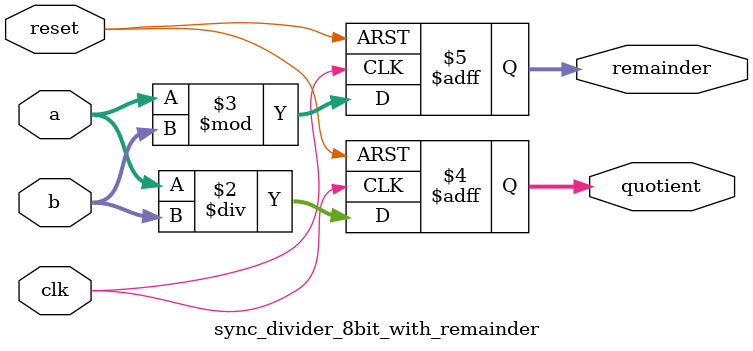
<source format=sv>
module sync_divider_8bit_with_remainder (
    input clk,
    input reset,
    input [7:0] a,
    input [7:0] b,
    output reg [7:0] quotient,
    output reg [7:0] remainder
);
    always @(posedge clk or posedge reset) begin
        if (reset) begin
            quotient <= 0;
            remainder <= 0;
        end else begin
            quotient <= a / b;
            remainder <= a % b;
        end
    end
endmodule

</source>
